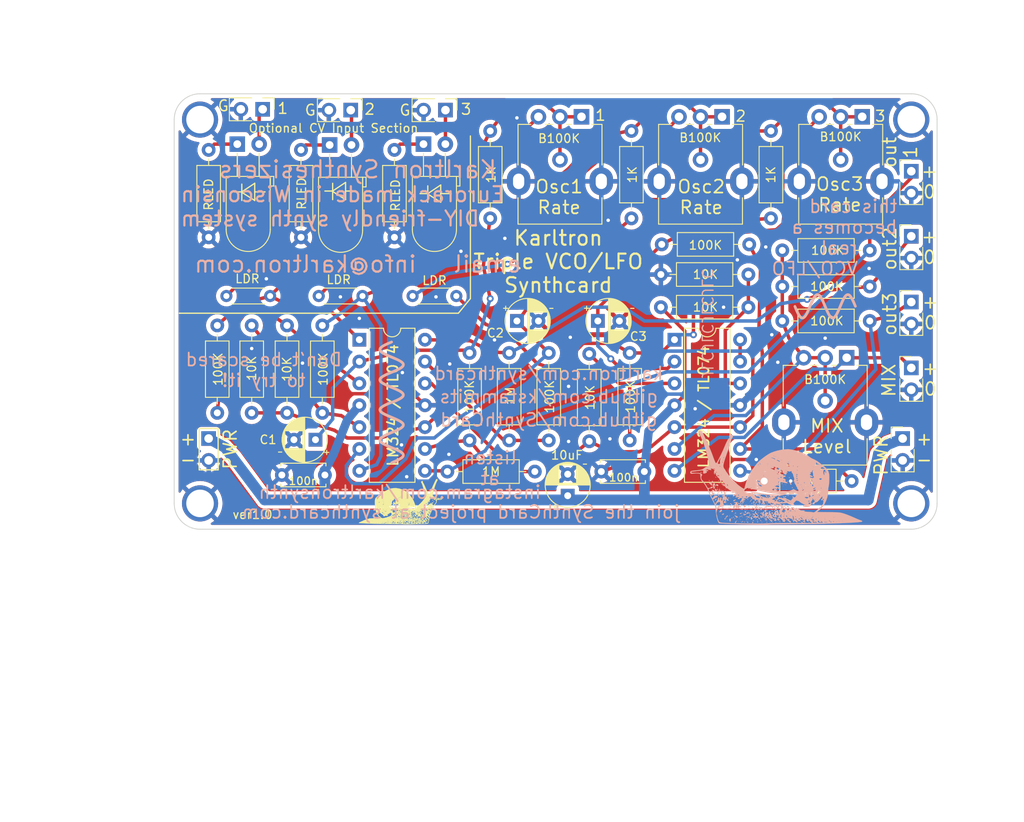
<source format=kicad_pcb>
(kicad_pcb (version 20211014) (generator pcbnew)
  (layers (0 "F.Cu" signal) (31 "B.Cu" signal) (34 "B.Paste" user) (35 "F.Paste" user) (36 "B.SilkS" user "B.Silkscreen") (37 "F.SilkS" user "F.Silkscreen") (38 "B.Mask" user) (39 "F.Mask" user) (44 "Edge.Cuts" user))
  (net 0 "")
  (net 1 "GND")
  (net 2 "+9V")
  (net 3 "Tri1")
  (net 4 "Tri2")
  (net 5 "Tri3")
  (net 6 "Net-(RV1-Pad1)")
  (net 7 "Net-(R5-Pad2)")
  (net 8 "Net-(U1-Pad7)")
  (net 9 "Net-(D1-Pad1)")
  (net 10 "Net-(D1-Pad2)")
  (net 11 "Net-(D2-Pad1)")
  (net 12 "Net-(D2-Pad2)")
  (net 13 "Net-(D3-Pad1)")
  (net 14 "Net-(D3-Pad2)")
  (net 15 "Out1")
  (net 16 "Out2")
  (net 17 "Net-(R8-Pad2)")
  (net 18 "Net-(U2-Pad1)")
  (net 19 "Net-(U1-Pad5)")
  (net 20 "Net-(RV1-Pad3)")
  (net 21 "Out3")
  (net 22 "Net-(R19-Pad1)")
  (net 23 "Net-(R20-Pad2)")
  (net 24 "Net-(U2-Pad3)")
  (net 25 "Net-(U1-Pad13)")
  (net 26 "Net-(U2-Pad9)")
  (net 27 "Out4")
  (net 28 "Net-(R3-Pad2)")
  (net 29 "VMID")
  (net 30 "VREF")
  (footprint "Potentiometer_THT:Potentiometer_Alpha_RD901F-40-00D_Single_Vertical" (layer "F.Cu") (at 178 98.075 -90)
    (fp_text reference "RV8" hide)
    (fp_text value "B100K")
  )
  (footprint "Capacitor_THT:C_Disc_D5.0mm_W2.5mm_P5.00mm" (layer "F.Cu") (at 117.4 111.7 180)
    (fp_text reference "C5" hide)
    (fp_text value "100n")
  )
  (footprint "Connector_PinHeader_2.54mm:PinHeader_1x02_P2.54mm_Vertical" (layer "F.Cu") (at 131.4 69.3 -90)
    (fp_text reference "J9" hide)
    (fp_text value "In3")
  )
  (footprint "Resistor_THT:R_Axial_DIN0207_L6.3mm_D2.5mm_P10.16mm_Horizontal" (layer "F.Cu") (at 166.58 88.4 180)
    (fp_text reference "R14" hide)
    (fp_text value "10K")
  )
  (footprint "MountingHole:MountingHole_3.2mm_M3_Pad" (layer "F.Cu") (at 102.900002 114.999997)
    (fp_text reference "H4" hide)
    (fp_text value "MountingHole_Pad" hide)
  )
  (footprint "Potentiometer_THT:Potentiometer_Alpha_RD901F-40-00D_Single_Vertical" (layer "F.Cu") (at 163.525 70.075 -90)
    (fp_text reference "RV6" hide)
    (fp_text value "B100K")
  )
  (footprint "Resistor_THT:R_Axial_DIN0207_L6.3mm_D2.5mm_P10.16mm_Horizontal" (layer "F.Cu") (at 152.8 107.68 90)
    (fp_text reference "R15" hide)
    (fp_text value "100K")
  )
  (footprint "Resistor_THT:R_Axial_DIN0207_L6.3mm_D2.5mm_P10.16mm_Horizontal" (layer "F.Cu") (at 156.42 92.2)
    (fp_text reference "R7" hide)
    (fp_text value "10K")
  )
  (footprint "LED_THT:LED_D5.0mm_Horizontal_O3.81mm_Z3.0mm" (layer "F.Cu") (at 107.225 73.25)
    (fp_text reference "D1" hide)
    (fp_text value "LED")
  )
  (footprint "Connector_PinHeader_2.54mm:PinHeader_1x02_P2.54mm_Vertical" (layer "F.Cu") (at 185.5 83.96)
    (fp_text reference "J5" hide)
    (fp_text value "Out2")
  )
  (footprint "Resistor_THT:R_Axial_DIN0207_L6.3mm_D2.5mm_P10.16mm_Horizontal" (layer "F.Cu") (at 125.475 84.08 90)
    (fp_text reference "R23" hide)
    (fp_text value "RLED")
  )
  (footprint "Resistor_THT:R_Axial_DIN0207_L6.3mm_D2.5mm_P10.16mm_Horizontal" (layer "F.Cu") (at 113 104.48 90)
    (fp_text reference "R12" hide)
    (fp_text value "10K")
  )
  (footprint "Resistor_THT:R_Axial_DIN0207_L6.3mm_D2.5mm_P10.16mm_Horizontal" (layer "F.Cu") (at 138.8 97.52 -90)
    (fp_text reference "R25" hide)
    (fp_text value "1M")
  )
  (footprint "Resistor_THT:R_Axial_DIN0207_L6.3mm_D2.5mm_P10.16mm_Horizontal" (layer "F.Cu") (at 148.1 107.78 90)
    (fp_text reference "R17" hide)
    (fp_text value "10K")
  )
  (footprint "Resistor_THT:R_Axial_DIN0207_L6.3mm_D2.5mm_P10.16mm_Horizontal" (layer "F.Cu") (at 180.68 85.6 180)
    (fp_text reference "R1" hide)
    (fp_text value "100K")
  )
  (footprint "Capacitor_THT:CP_Radial_D5.0mm_P2.50mm" (layer "F.Cu") (at 145.6 114.105113 90)
    (fp_text reference "C6" hide)
    (fp_text value "10uF")
  )
  (footprint "Package_DIP:DIP-14_W7.62mm" (layer "F.Cu") (at 121.4 95.975)
    (fp_text reference "U1" hide)
    (fp_text value "TL074")
  )
  (footprint "Resistor_THT:R_Axial_DIN0207_L6.3mm_D2.5mm_P10.16mm_Horizontal" (layer "F.Cu") (at 117.1 104.48 90)
    (fp_text reference "R10" hide)
    (fp_text value "100K")
  )
  (footprint "Capacitor_THT:CP_Radial_D5.0mm_P2.50mm" (layer "F.Cu") (at 149.1 93.8)
    (fp_text reference "C3")
    (fp_text value "C")
  )
  (footprint "Potentiometer_THT:Potentiometer_Alpha_RD901F-40-00D_Single_Vertical" (layer "F.Cu") (at 179.8 70.075 -90)
    (fp_text reference "RV7" hide)
    (fp_text value "B100K")
  )
  (footprint "Resistor_THT:R_Axial_DIN0204_L3.6mm_D1.6mm_P5.08mm_Horizontal" (layer "F.Cu") (at 105.96 90.9)
    (fp_text reference "R11" hide)
    (fp_text value "LDR")
  )
  (footprint "Resistor_THT:R_Axial_DIN0207_L6.3mm_D2.5mm_P10.16mm_Horizontal" (layer "F.Cu") (at 180.68 93.8 180)
    (fp_text reference "R3" hide)
    (fp_text value "100K")
  )
  (footprint "Resistor_THT:R_Axial_DIN0207_L6.3mm_D2.5mm_P10.16mm_Horizontal" (layer "F.Cu") (at 108.9 104.48 90)
    (fp_text reference "R16" hide)
    (fp_text value "10K")
  )
  (footprint "Resistor_THT:R_Axial_DIN0207_L6.3mm_D2.5mm_P10.16mm_Horizontal" (layer "F.Cu") (at 114.625 84.08 90)
    (fp_text reference "R22" hide)
    (fp_text value "RLED")
  )
  (footprint "Resistor_THT:R_Axial_DIN0204_L3.6mm_D1.6mm_P5.08mm_Horizontal" (layer "F.Cu") (at 127.585 90.9)
    (fp_text reference "R9" hide)
    (fp_text value "LDR")
  )
  (footprint "Connector_PinHeader_2.54mm:PinHeader_1x02_P2.54mm_Vertical" (layer "F.Cu") (at 185.5 76.4)
    (fp_text reference "J4" hide)
    (fp_text value "Out1")
  )
  (footprint "Resistor_THT:R_Axial_DIN0207_L6.3mm_D2.5mm_P10.16mm_Horizontal" (layer "F.Cu") (at 169.2 81.88 90)
    (fp_text reference "R8" hide)
    (fp_text value "1K")
  )
  (footprint "MountingHole:MountingHole_3.2mm_M3_Pad" (layer "F.Cu") (at 185.5 70.4)
    (fp_text reference "H2" hide)
    (fp_text value "MountingHole_Pad" hide)
  )
  (footprint "Resistor_THT:R_Axial_DIN0207_L6.3mm_D2.5mm_P10.16mm_Horizontal" (layer "F.Cu") (at 131.62 111.3)
    (fp_text reference "R20" hide)
    (fp_text value "1M")
  )
  (footprint "Potentiometer_THT:Potentiometer_Alpha_RD901F-40-00D_Single_Vertical" (layer "F.Cu") (at 147.2 70.075 -90)
    (fp_text reference "RV5" hide)
    (fp_text value "B100K")
  )
  (footprint "Package_DIP:DIP-14_W7.62mm" (layer "F.Cu") (at 158 95.975)
    (fp_text reference "U2" hide)
    (fp_text value "TL074")
  )
  (footprint "Capacitor_THT:CP_Radial_D5.0mm_P2.50mm" (layer "F.Cu") (at 116.305113 107.6 180)
    (fp_text reference "C1")
    (fp_text value "C")
  )
  (footprint "Capacitor_THT:CP_Radial_D5.0mm_P2.50mm" (layer "F.Cu") (at 139.7 93.8)
    (fp_text reference "C2")
    (fp_text value "C")
  )
  (footprint "Resistor_THT:R_Axial_DIN0207_L6.3mm_D2.5mm_P10.16mm_Horizontal" (layer "F.Cu") (at 104.9 104.48 90)
    (fp_text reference "R19" hide)
    (fp_text value "100K")
  )
  (footprint "Resistor_THT:R_Axial_DIN0207_L6.3mm_D2.5mm_P10.16mm_Horizontal" (layer "F.Cu") (at 153 81.88 90)
    (fp_text reference "R5" hide)
    (fp_text value "1K")
  )
  (footprint "Resistor_THT:R_Axial_DIN0207_L6.3mm_D2.5mm_P10.16mm_Horizontal" (layer "F.Cu") (at 103.9 84.08 90)
    (fp_text reference "R21" hide)
    (fp_text value "RLED")
  )
  (footprint "sna:snail4.sm" (layer "F.Cu") (at 126.4 114.639083)
    (fp_text reference "G***" hide)
    (fp_text value "LOGO" hide)
  )
  (footprint "MountingHole:MountingHole_3.2mm_M3_Pad" (layer "F.Cu") (at 102.9 70.4)
    (fp_text reference "H1" hide)
    (fp_text value "MountingHole_Pad" hide)
  )
  (footprint "Connector_PinHeader_2.54mm:PinHeader_1x02_P2.54mm_Vertical" (layer "F.Cu") (at 185.5 99.26)
    (fp_text reference "J8" hide)
    (fp_text value "Out4")
  )
  (footprint "Connector_PinHeader_2.54mm:PinHeader_1x02_P2.54mm_Vertical" (layer "F.Cu") (at 184.5 107.46)
    (fp_text reference "J2" hide)
    (fp_text value "Conn_01x02")
  )
  (footprint "Connector_PinHeader_2.54mm:PinHeader_1x02_P2.54mm_Vertical" (layer "F.Cu") (at 185.5 91.6)
    (fp_text reference "J7" hide)
    (fp_text value "Out3")
  )
  (footprint "Resistor_THT:R_Axial_DIN0207_L6.3mm_D2.5mm_P10.16mm_Horizontal" (layer "F.Cu") (at 143.4 107.68 90)
    (fp_text reference "R18" hide)
    (fp_text value "100K")
  )
  (footprint "Resistor_THT:R_Axial_DIN0207_L6.3mm_D2.5mm_P10.16mm_Horizontal" (layer "F.Cu") (at 168.42 112.4)
    (fp_text reference "R26" hide)
    (fp_text value "1M")
  )
  (footprint "MountingHole:MountingHole_3.2mm_M3_Pad" (layer "F.Cu") (at 185.5 115)
    (fp_text reference "H3" hide)
    (fp_text value "MountingHole_Pad" hide)
  )
  (footprint "Resistor_THT:R_Axial_DIN0207_L6.3mm_D2.5mm_P10.16mm_Horizontal" (layer "F.Cu") (at 134.2 107.68 90)
    (fp_text reference "R13" hide)
    (fp_text value "100K")
  )
  (footprint "Resistor_THT:R_Axial_DIN0207_L6.3mm_D2.5mm_P10.16mm_Horizontal" (layer "F.Cu") (at 180.68 89.8 180)
    (fp_text reference "R2" hide)
    (fp_text value "100K")
  )
  (footprint "Connector_PinHeader_2.54mm:PinHeader_1x02_P2.54mm_Vertical" (layer "F.Cu") (at 110.175 69.2 -90)
    (fp_text reference "J3" hide)
    (fp_text value "In1")
  )
  (footprint "Resistor_THT:R_Axial_DIN0207_L6.3mm_D2.5mm_P10.16mm_Horizontal" (layer "F.Cu") (at 136.6 81.88 90)
    (fp_text reference "R4" hide)
    (fp_text value "1K")
  )
  (footprint "Capacitor_THT:C_Disc_D5.0mm_W2.5mm_P5.00mm" (layer "F.Cu") (at 154.5 111.3 180)
    (fp_text reference "C4" hide)
    (fp_text value "100n")
  )
  (footprint "Connector_PinHeader_2.54mm:PinHeader_1x02_P2.54mm_Vertical" (layer "F.Cu") (at 120.4 69.3 -90)
    (fp_text reference "J6" hide)
    (fp_text value "In2")
  )
  (footprint "LED_THT:LED_D5.0mm_Horizontal_O3.81mm_Z3.0mm" (layer "F.Cu") (at 128.85 73.25)
    (fp_text reference "D3" hide)
    (fp_text value "LED")
  )
  (footprint "Resistor_THT:R_Axial_DIN0207_L6.3mm_D2.5mm_P10.16mm_Horizontal" (layer "F.Cu") (at 166.68 84.9 180)
    (fp_text reference "R24" hide)
    (fp_text value "100K")
  )
  (footprint "Resistor_THT:R_Axial_DIN0204_L3.6mm_D1.6mm_P5.08mm_Horizontal" (layer "F.Cu") (at 116.685 90.9)
    (fp_text reference "R6" hide)
    (fp_text value "LDR")
  )
  (footprint "LED_THT:LED_D5.0mm_Horizontal_O3.81mm_Z3.0mm" (layer "F.Cu") (at 117.95 73.35)
    (fp_text reference "D2" hide)
    (fp_text value "LED")
  )
  (footprint "sna:sine" (layer "B.Cu") (at 125.2 106.9 -90)
    (fp_text reference "G***" hide)
    (fp_text value "LOGO" hide)
  )
  (footprint "sna:snail4" (layer "B.Cu") (at 169.4 112 180)
    (fp_text reference "G***" hide)
    (fp_text value "LOGO" hide)
  )
  (footprint "sna:sine" (layer "B.Cu") (at 175.354546 92.145356 180)
    (fp_text reference "G***" hide)
    (fp_text value "LOGO" hide)
  )
  (footprint "sna:sine" (layer "B.Cu") (at 125.2 99.9 -90)
    (fp_text reference "G***" hide)
    (fp_text value "LOGO" hide)
  )
  (footprint "Connector_PinHeader_2.54mm:PinHeader_1x02_P2.54mm_Vertical" (layer "B.Cu") (at 103.9 107.46 180)
    (fp_text reference "J1" hide)
    (fp_text value "Conn_01x02")
  )
  (gr_line (start 107.75 79.8) (end 107.75 77.9) (layer "F.SilkS") (width 0.15))
  (gr_line (start 109.25 78.8) (end 110.45 78.8) (layer "F.SilkS") (width 0.15))
  (gr_line (start 130.85 78) (end 129.35 79) (layer "F.SilkS") (width 0.15))
  (gr_line (start 109.25 77.8) (end 107.75 78.8) (layer "F.SilkS") (width 0.15))
  (gr_line (start 106.85 78.8) (end 107.75 78.8) (layer "F.SilkS") (width 0.15))
  (gr_line (start 118.3 78.75) (end 119.8 79.7) (layer "F.SilkS") (width 0.15))
  (gr_line (start 109.25 79.8) (end 109.25 77.8) (layer "F.SilkS") (width 0.15))
  (gr_line (start 129.35 79.05) (end 130.85 80) (layer "F.SilkS") (width 0.15))
  (gr_line (start 129.35 80) (end 129.35 78.1) (layer "F.SilkS") (width 0.15))
  (gr_line (start 102.8 111.1) (end 105 111.1) (layer "F.SilkS") (width 0.15))
  (gr_line (start 117.4 78.7) (end 118.3 78.7) (layer "F.SilkS") (width 0.15))
  (gr_line (start 119.8 78.7) (end 121 78.7) (layer "F.SilkS") (width 0.15))
  (gr_line (start 104.4 106.3) (end 102.8 106.3) (layer "F.SilkS") (width 0.15))
  (gr_line (start 132.9 92.9) (end 134.3 91.2) (layer "F.SilkS") (width 0.15))
  (gr_line (start 130.85 80) (end 130.85 78) (layer "F.SilkS") (width 0.15))
  (gr_line (start 102.8 106.3) (end 102.8 111.1) (layer "F.SilkS") (width 0.15))
  (gr_line (start 119.8 77.7) (end 118.3 78.7) (layer "F.SilkS") (width 0.15))
  (gr_line (start 107.75 78.85) (end 109.25 79.8) (layer "F.SilkS") (width 0.15))
  (gr_line (start 134.3 91.2) (end 134.3 72.3) (layer "F.SilkS") (width 0.15))
  (gr_line (start 130.85 79) (end 132.05 79) (layer "F.SilkS") (width 0.15))
  (gr_line (start 128.45 79) (end 129.35 79) (layer "F.SilkS") (width 0.15))
  (gr_line (start 132.9 92.9) (end 100.5 92.9) (layer "F.SilkS") (width 0.15))
  (gr_line (start 105 106.3) (end 105 111.1) (layer "F.SilkS") (width 0.15))
  (gr_line (start 104.4 106.3) (end 105 106.3) (layer "F.SilkS") (width 0.15))
  (gr_line (start 118.3 79.7) (end 118.3 77.8) (layer "F.SilkS") (width 0.15))
  (gr_line (start 119.8 79.7) (end 119.8 77.7) (layer "F.SilkS") (width 0.15))
  (gr_line (start 185.5 118) (end 102.9 118) (layer "Edge.Cuts") (width 0.1))
  (gr_arc (start 102.9 118) (mid 100.77868 117.12132) (end 99.9 115) (layer "Edge.Cuts") (width 0.1))
  (gr_arc (start 99.9 70.4) (mid 100.778681 68.278681) (end 102.9 67.4) (layer "Edge.Cuts") (width 0.1))
  (gr_line (start 102.9 67.4) (end 185.5 67.4) (layer "Edge.Cuts") (width 0.1))
  (gr_line (start 188.5 70.4) (end 188.5 115) (layer "Edge.Cuts") (width 0.1))
  (gr_arc (start 188.5 115) (mid 187.62132 117.12132) (end 185.5 118) (layer "Edge.Cuts") (width 0.1))
  (gr_arc (start 185.5 67.4) (mid 187.621319 68.278681) (end 188.5 70.4) (layer "Edge.Cuts") (width 0.1))
  (gr_line (start 99.9 115) (end 99.9 70.4) (layer "Edge.Cuts") (width 0.1))
  (gr_text "this card\nbecomes a\n    real\n    VCO/LFO" (at 184 84.1) (layer "B.SilkS") (effects (font (size 1.5 1.5) (thickness 0.2)) (justify left mirror)))
  (gr_text "join the SynthCard project at synthcard.com" (at 133.2 116) (layer "B.SilkS") (effects (font (size 1.5 1.5) (thickness 0.2)) (justify mirror)))
  (gr_text "karltron.com/synthcard" (at 143.4 99.9) (layer "B.SilkS") (effects (font (size 1.5 1.5) (thickness 0.2)) (justify mirror)))
  (gr_text "github.com/kstammits" (at 143.4 102.6) (layer "B.SilkS") (effects (font (size 1.5 1.5) (thickness 0.2)) (justify mirror)))
  (gr_text "Karltron Synthesizers" (at 104.9 76.2) (layer "B.SilkS") (effects (font (size 2 2) (thickness 0.25)) (justify right mirror)))
  (gr_text "Don't be scared\nto try it!" (at 110.3 99.5) (layer "B.SilkS") (effects (font (size 1.5 1.5) (thickness 0.2)) (justify mirror)))
  (gr_text "listen\nat" (at 136.6 110.9) (layer "B.SilkS") (effects (font (size 1.5 1.5) (thickness 0.2)) (justify mirror)))
  (gr_text "email   info@karltron.com" (at 121.2 87.2) (layer "B.SilkS") (effects (font (size 1.9 1.9) (thickness 0.25)) (justify mirror)))
  (gr_text "JLCJLCJLCJLC" (at 161.8 94.1 270) (layer "B.SilkS") (effects (font (size 1.25 1.25)) (justify mirror)))
  (gr_text "Eurorack made in Wisconsin\nDIY-friendly synth system" (at 100.5 80.5) (layer "B.SilkS") (effects (font (size 1.75 1.75) (thickness 0.25)) (justify right mirror)))
  (gr_text "instagram.com/karltronsynth" (at 126.1 113.7) (layer "B.SilkS") (effects (font (size 1.5 1.5) (thickness 0.2)) (justify mirror)))
  (gr_text "github.com/SynthCard" (at 143.4 105.3) (layer "B.SilkS") (effects (font (size 1.5 1.5) (thickness 0.2)) (justify mirror)))
  (gr_text "Osc2\nRate" (at 161.1 79.4) (layer "F.SilkS") (effects (font (size 1.5 1.5) (thickness 0.2))))
  (gr_text "+\n-" (at 101.5 108.7) (layer "F.SilkS") (effects (font (size 1.5 1.5) (thickness 0.2))))
  (gr_text "Osc1\nRate" (at 144.6 79.4) (layer "F.SilkS") (effects (font (size 1.5 1.5) (thickness 0.2))))
  (gr_text "ver1.0" (at 109 116.3) (layer "F.SilkS") (effects (font (size 1 1))))
  (gr_text "+\n0" (at 187.6 85.2) (layer "F.SilkS") (effects (font (size 1.5 1.5) (thickness 0.2))))
  (gr_text "B100K" (at 175.5 100.6) (layer "F.SilkS") (effects (font (size 1 1))))
  (gr_text "out2" (at 183 85.4 90) (layer "F.SilkS") (effects (font (size 1.5 1.5) (thickness 0.2))))
  (gr_text "+\n0" (at 187.7 92.8) (layer "F.SilkS") (effects (font (size 1.5 1.5) (thickness 0.2))))
  (gr_text "out\n1" (at 184.2 74.2 90) (layer "F.SilkS") (effects (font (size 1.5 1.5) (thickness 0.2))))
  (gr_text "PWR" (at 106.4 108.7 90) (layer "F.SilkS") (effects (font (size 1.5 1.5) (thickness 0.2))))
  (gr_text "MIX\nLevel" (at 175.7 107.2) (layer "F.SilkS") (effects (font (size 1.5 1.5) (thickness 0.2))))
  (gr_text "LM324 / TL074" (at 161.4 103.8 90) (layer "F.SilkS") (effects (font (size 1.2 1.2) (thickness 0.2))))
  (gr_text "B100K" (at 161 72.5) (layer "F.SilkS") (effects (font (size 1 1))))
  (gr_text "G" (at 105.6 68.8) (layer "F.SilkS") (effects (font (size 1.25 1.25) (thickness 0.17))))
  (gr_text "G" (at 126.7 69.3) (layer "F.SilkS") (effects (font (size 1.25 1.25) (thickness 0.17))))
  (gr_text "-" (at 112.2 109) (layer "F.SilkS") (effects (font (size 0.5 0.5) (thickness 0.125))))
  (gr_text "G" (at 115.7 69.3) (layer "F.SilkS") (effects (font (size 1.25 1.25) (thickness 0.17))))
  (gr_text "+\n0" (at 187.7 100.5) (layer "F.SilkS") (effects (font (size 1.5 1.5) (thickness 0.2))))
  (gr_text "-" (at 153.1 92.3) (layer "F.SilkS") (effects (font (size 0.5 0.5) (thickness 0.125))))
  (gr_text "Karltron\nTriple VCO/LFO\nSynthcard" (at 144.5 86.9) (layer "F.SilkS") (effects (font (size 1.7 1.7) (thickness 0.25))))
  (gr_text "1" (at 112.5 69.1) (layer "F.SilkS") (effects (font (size 1.25 1.25) (thickness 0.17))))
  (gr_text "-" (at 143.7 92.3) (layer "F.SilkS") (effects (font (size 0.5 0.5) (thickness 0.125))))
  (gr_text "Optional CV Input Section" (at 118.4 71.4) (layer "F.SilkS") (effects (font (size 1 1))))
  (gr_text "3" (at 181.9 70) (layer "F.SilkS") (effects (font (size 1.25 1.25) (thickness 0.17))))
  (gr_text "+\n0" (at 187.6 77.6) (layer "F.SilkS") (effects (font (size 1.5 1.5) (thickness 0.2))))
  (gr_text "B100K" (at 177.3 72.4) (layer "F.SilkS") (effects (font (size 1 1))))
  (gr_text "-" (at 147.6 110.4) (layer "F.SilkS") (effects (font (size 0.5 0.5) (thickness 0.125))))
  (gr_text "Osc3\nRate" (at 177.2 79.1) (layer "F.SilkS") (effects (font (size 1.5 1.5) (thickness 0.2))))
  (gr_text "out3" (at 183 93 90) (layer "F.SilkS") (effects (font (size 1.5 1.5) (thickness 0.2))))
  (gr_text "1" (at 149.4 69.9) (layer "F.SilkS") (effects (font (size 1.25 1.25) (thickness 0.17))))
  (gr_text "2" (at 122.6 69.2) (layer "F.SilkS") (effects (font (size 1.25 1.25) (thickness 0.17))))
  (gr_text "+\n-" (at 187 108.7) (layer "F.SilkS") (effects (font (size 1.5 1.5) (thickness 0.2))))
  (gr_text "B100K" (at 144.6 72.6) (layer "F.SilkS") (effects (font (size 1 1))))
  (gr_text "2" (at 165.7 70) (layer "F.SilkS") (effects (font (size 1.25 1.25) (thickness 0.17))))
  (gr_text "LM324 / TL074" (at 125.3 103.6 90) (layer "F.SilkS") (effects (font (size 1.2 1.2) (thickness 0.2))))
  (gr_text "PWR" (at 182 109.4 90) (layer "F.SilkS") (effects (font (size 1.5 1.5) (thickness 0.2))))
  (gr_text "3" (at 133.8 69.2) (layer "F.SilkS") (effects (font (size 1.25 1.25) (thickness 0.17))))
  (gr_text "MIX" (at 182.9 100.7 90) (layer "F.SilkS") (effects (font (size 1.5 1.5) (thickness 0.2))))
  (segment (start 167.5 109.9) (end 155.9 109.9) (width 0.4) (layer "F.Cu") (net 1))
  (segment (start 129.02 103.595) (end 127.68 102.255) (width 0.4) (layer "F.Cu") (net 1))
  (segment (start 155.9 109.9) (end 152.8 110.2) (width 0.4) (layer "F.Cu") (net 1))
  (segment (start 118.455 102.255) (end 118.355 102.255) (width 0.4) (layer "F.Cu") (net 1))
  (segment (start 127.68 102.255) (end 118.455 102.255) (width 0.4) (layer "F.Cu") (net 1))
  (segment (start 118.355 102.255) (end 114.8 98.7) (width 0.4) (layer "F.Cu") (net 1))
  (segment (start 152.8 110.2) (end 149.5 111.3) (width 0.4) (layer "F.Cu") (net 1))
  (via (at 170 98.6) (size 0.8) (drill 0.4) (layers "F.Cu" "B.Cu") (net 1))
  (via (at 138.3 84.2) (size 0.8) (drill 0.4) (layers "F.Cu" "B.Cu") (net 1))
  (via (at 130.3 91) (size 0.8) (drill 0.4) (layers "F.Cu" "B.Cu") (net 1))
  (via (at 119.2 91) (size 0.8) (drill 0.4) (layers "F.Cu" "B.Cu") (net 1))
  (via (at 133.2 85.7) (size 0.8) (drill 0.4) (layers "F.Cu" "B.Cu") (net 1))
  (via (at 137.1 96) (size 0.8) (drill 0.4) (layers "F.Cu" "B.Cu") (net 1))
  (via (at 139.7 70.2) (size 0.8) (drill 0.4) (layers "F.Cu" "B.Cu") (net 1))
  (via (at 131.8 109.3) (size 0.8) (drill 0.4) (layers "F.Cu" "B.Cu") (net 1))
  (via (at 150.3 82.1) (size 0.8) (drill 0.4) (layers "F.Cu" "B.Cu") (net 1))
  (via (at 145.7 107.8) (size 0.8) (drill 0.4) (layers "F.Cu" "B.Cu") (net 1))
  (via (at 121.4 93.5) (size 0.8) (drill 0.4) (layers "F.Cu" "B.Cu") (net 1))
  (via (at 126.9 111.9) (size 0.8) (drill 0.4) (layers "F.Cu" "B.Cu") (net 1))
  (via (at 165.3 86.7) (size 0.8) (drill 0.4) (layers "F.Cu" "B.Cu") (net 1))
  (via (at 114.8 98.7) (size 0.8) (drill 0.4) (layers "F.Cu" "B.Cu") (net 1))
  (via (at 131.9 98.8) (size 0.8) (drill 0.4) (layers "F.Cu" "B.Cu") (net 1))
  (via (at 110.6 88.9) (size 0.8) (drill 0.4) (layers "F.Cu" "B.Cu") (net 1))
  (via (at 167.5 109.9) (size 0.8) (drill 0.4) (layers "F.Cu" "B.Cu") (net 1))
  (via (at 126.3 108.2) (size 0.8) (drill 0.4) (layers "F.Cu" "B.Cu") (net 1))
  (via (at 175.5 95.8) (size 0.8) (drill 0.4) (layers "F.Cu" "B.Cu") (net 1))
  (via (at 145.7 101.4) (size 0.8) (drill 0.4) (layers "F.Cu" "B.Cu") (net 1))
  (via (at 171.5 112.4) (size 0.8) (drill 0.4) (layers "F.Cu" "B.Cu") (net 1))
  (via (at 126.4 99.8) (size 0.8) (drill 0.4) (layers "F.Cu" "B.Cu") (net 1))
  (via (at 145.9 95.7) (size 0.8) (drill 0.4) (layers "F.Cu" "B.Cu") (net 1))
  (via (at 180.6 87.7) (size 0.8) (drill 0.4) (layers "F.Cu" "B.Cu") (net 1))
  (via (at 108.9 97) (size 0.8) (drill 0.4) (layers "F.Cu" "B.Cu") (net 1))
  (via (at 169.3 95.4) (size 0.8) (drill 0.4) (layers "F.Cu" "B.Cu") (net 1))
  (via (at 168.6 85.2) (size 0.8) (drill 0.4) (layers "F.Cu" "B.Cu") (net 1))
  (via (at 150.5 107.5) (size 0.8) (drill 0.4) (layers "F.Cu" "B.Cu") (net 1))
  (via (at 163.7 92.2) (size 0.8) (drill 0.4) (layers "F.Cu" "B.Cu") (net 1))
  (via (at 160.4 104) (size 0.8) (drill 0.4) (layers "F.Cu" "B.Cu") (net 1))
  (segment (start 130.22 111.712057) (end 129.517057 112.415) (width 0.4) (layer "B.Cu") (net 1))
  (segment (start 130.22 109.58) (end 130.22 111.712057) (width 0.4) (layer "B.Cu") (net 1))
  (segment (start 131.8 109.3) (end 130.5 109.3) (width 0.4) (layer "B.Cu") (net 1))
  (segment (start 160.4 104) (end 158.7 102.3) (width 0.4) (layer "B.Cu") (net 1))
  (segment (start 165.62 103.595) (end 166.715 102.5) (width 0.8) (layer "B.Cu") (net 1))
  (segment (start 155.7 102.3) (end 150.5 107.5) (width 0.4) (layer "B.Cu") (net 1))
  (segment (start 127.415 112.415) (end 126.9 111.9) (width 0.4) (layer "B.Cu") (net 1))
  (segment (start 167.4 97.3) (end 155 97.3) (width 0.4) (layer "B.Cu") (net 1))
  (segment (start 158.7 102.3) (end 155.7 102.3) (width 0.4) (layer "B.Cu") (net 1))
  (segment (start 155 97.3) (end 151.6 93.9) (width 0.4) (layer "B.Cu") (net 1))
  (segment (start 130.5 109.3) (end 130.22 109.58) (width 0.4) (layer "B.Cu") (net 1))
  (segment (start 169.3 95.4) (end 167.4 97.3) (width 0.4) (layer "B.Cu") (net 1))
  (segment (start 129.517057 112.415) (end 127.415 112.415) (width 0.4) (layer "B.Cu") (net 1))
  (segment (start 158 103.595) (end 159.2 102.395) (width 0.4) (layer "F.Cu") (net 2))
  (segment (start 103.9 107.46) (end 105.7 108.5) (width 1) (layer "F.Cu") (net 2))
  (segment (start 180.5 114.6) (end 181.7 109.3) (width 1) (layer "F.Cu") (net 2))
  (segment (start 106.8 109.7) (end 110.4 114.6) (width 1) (layer "F.Cu") (net 2))
  (segment (start 110.4 114.6) (end 180.5 114.6) (width 1) (layer "F.Cu") (net 2))
  (segment (start 105.7 108.5) (end 106.8 109.7) (width 1) (layer "F.Cu") (net 2))
  (segment (start 159.2 102.395) (end 159.2 94.98) (width 0.4) (layer "F.Cu") (net 2))
  (segment (start 181.7 109.3) (end 182.8 108.1) (width 1) (layer "F.Cu") (net 2))
  (segment (start 182.8 108.1) (end 184.5 107.46) (width 1) (layer "F.Cu") (net 2))
  (segment (start 159.2 94.98) (end 156.42 92.2) (width 0.4) (layer "F.Cu") (net 2))
  (segment (start 117.7 114.6) (end 154.7 114.6) (width 1.25) (layer "B.Cu") (net 2))
  (segment (start 180.5 114.6) (end 181.7 109.2) (width 1.25) (layer "B.Cu") (net 2))
  (segment (start 182.7 108.2) (end 184.5 107.46) (width 1.25) (layer "B.Cu") (net 2))
  (segment (start 154.5 114.4) (end 154.7 114.6) (width 1) (layer "B.Cu") (net 2))
  (segment (start 117.4 114.3) (end 117.7 114.6) (width 1) (layer "B.Cu") (net 2))
  (segment (start 154.5 111.3) (end 155 106.6) (width 1) (layer "B.Cu") (net 2))
  (segment (start 154.5 111.3) (end 154.5 114.4) (width 1.25) (layer "B.Cu") (net 2))
  (segment (start 120 105.3) (end 121.4 103.595) (width 1) (layer "B.Cu") (net 2))
  (segment (start 110.4 114.6) (end 117.7 114.6) (width 1.25) (layer "B.Cu") (net 2))
  (segment (start 117.4 111.2) (end 118.4 109.3) (width 1) (layer "B.Cu") (net 2))
  (segment (start 155 106.6) (end 158 103.595) (width 1) (layer "B.Cu") (net 2))
  (segment (start 105.8 108.5) (end 110.4 114.6) (width 1.25) (layer "B.Cu") (net 2))
  (segment (start 117.4 111.2) (end 117.4 114.3) (width 1.25) (layer "B.Cu") (net 2))
  (segment (start 154.7 114.6) (end 180.5 114.6) (width 1.25) (layer "B.Cu") (net 2))
  (segment (start 118.4 109.3) (end 120 105.3) (width 1) (layer "B.Cu") (net 2))
  (segment (start 181.7 109.2) (end 182.7 108.2) (width 1.25) (layer "B.Cu") (net 2))
  (segment (start 103.9 107.46) (end 105.8 108.5) (width 1.25) (layer "B.Cu") (net 2))
  (segment (start 135.8 87.4) (end 136.6 81.88) (width 0.4) (layer "F.Cu") (net 3))
  (segment (start 136.6 91.2) (end 135.8 87.4) (width 0.4) (layer "F.Cu") (net 3))
  (segment (start 133.88 97.2) (end 127.2 97.2) (width 0.4) (layer "F.Cu") (net 3))
  (segment (start 127.2 97.2) (end 121.4 98.515) (width 0.4) (layer "F.Cu") (net 3))
  (segment (start 134.2 97.52) (end 133.88 97.2) (width 0.4) (layer "F.Cu") (net 3))
  (via (at 136.6 91.2) (size 0.8) (drill 0.4) (layers "F.Cu" "B.Cu") (net 3))
  (segment (start 136.6 91.2) (end 135.4 95.1) (width 0.4) (layer "B.Cu") (net 3))
  (segment (start 135.4 95.1) (end 134.2 97.52) (width 0.4) (layer "B.Cu") (net 3))
  (segment (start 116.305113 107.6) (end 118.3 105.2) (width 0.4) (layer "B.Cu") (net 3))
  (segment (start 118.3 105.2) (end 118.3 101.615) (width 0.4) (layer "B.Cu") (net 3))
  (segment (start 118.3 101.615) (end 121.4 98.515) (width 0.4) (layer "B.Cu") (net 3))
  (segment (start 148 86.2) (end 153 81.88) (width 0.4) (layer "F.Cu") (net 4))
  (segment (start 139.78 93.9) (end 140.9 92.3) (width 0.4) (layer "F.Cu") (net 4))
  (segment (start 143.4 97.52) (end 139.78 93.9) (width 0.4) (layer "F.Cu") (net 4))
  (segment (start 140.9 92.3) (end 148 86.2) (width 0.4) (layer "F.Cu") (net 4))
  (segment (start 140.3 100.3) (end 143.4 97.52) (width 0.4) (layer "B.Cu") (net 4))
  (segment (start 121.4 108.675) (end 119.9 110.6) (width 0.4) (layer "B.Cu") (net 4))
  (segment (start 119.9 110.6) (end 119.9 111.8) (width 0.4) (layer "B.Cu") (net 4))
  (segment (start 132.9 105.1) (end 140.3 100.3) (width 0.4) (layer "B.Cu") (net 4))
  (segment (start 123.7 112.7) (end 126.8 109.8) (width 0.4) (layer "B.Cu") (net 4))
  (segment (start 119.9 111.8) (end 120.6 112.7) (width 0.4) (layer "B.Cu") (net 4))
  (segment (start 128 107.4) (end 130.1 107.4) (width 0.4) (layer "B.Cu") (net 4))
  (segment (start 120.6 112.7) (end 123.7 112.7) (width 0.4) (layer "B.Cu") (net 4))
  (segment (start 126.8 109.8) (end 128 107.4) (width 0.4) (layer "B.Cu") (net 4))
  (segment (start 130.1 107.4) (end 132.9 105.1) (width 0.4) (layer "B.Cu") (net 4))
  (segment (start 149.1 92.32) (end 156.52 84.9) (width 0.4) (layer "F.Cu") (net 5))
  (segment (start 156.52 84.9) (end 161.3 82.4) (width 0.4) (layer "F.Cu") (net 5))
  (segment (start 151.714999 99.314999) (end 150.6 98.2) (width 0.4) (layer "F.Cu") (net 5))
  (segment (start 158 98.515) (end 157.200001 99.314999) (width 0.4) (layer "F.Cu") (net 5))
  (segment (start 149.1 93.9) (end 149.1 92.32) (width 0.4) (layer "F.Cu") (net 5))
  (segment (start 161.3 82.4) (end 169.2 81.88) (width 0.4) (layer "F.Cu") (net 5))
  (segment (start 157.200001 99.314999) (end 151.714999 99.314999) (width 0.4) (layer "F.Cu") (net 5))
  (via (at 150.6 98.2) (size 0.8) (drill 0.4) (layers "F.Cu" "B.Cu") (net 5))
  (segment (start 149.1 96.7) (end 149.1 93.9) (width 0.4) (layer "B.Cu") (net 5))
  (segment (start 150.6 98.2) (end 149.1 96.7) (width 0.4) (layer "B.Cu") (net 5))
  (segment (start 128.6 77.2) (end 131.8 77.2) (width 0.4) (layer "F.Cu") (net 6))
  (segment (start 144.7 70.075) (end 144.7 75.075) (width 0.4) (layer "F.Cu") (net 6))
  (segment (start 131.8 77.2) (end 135.7 73.6) (width 0.4) (layer "F.Cu") (net 6))
  (segment (start 139 68.5) (end 136.6 71.72) (width 0.4) (layer "F.Cu") (net 6))
  (segment (start 135.7 73.6) (end 136.6 71.72) (width 0.4) (layer "F.Cu") (net 6))
  (segment (start 105.96 90.9) (end 110.66 86.2) (width 0.4) (layer "F.Cu") (net 6))
  (segment (start 110.66 86.2) (end 117.7 86.2) (width 0.4) (layer "F.Cu") (net 6))
  (segment (start 142.926425 68.5) (end 139 68.5) (width 0.4) (layer "F.Cu") (net 6))
  (segment (start 117.7 86.2) (end 128.6 77.2) (width 0.4) (layer "F.Cu") (net 6))
  (segment (start 147.2 70.075) (end 144.7 70.075) (width 0.4) (layer "F.Cu") (net 6))
  (segment (start 144.7 70.075) (end 142.926425 68.5) (width 0.4) (layer "F.Cu") (net 6))
  (segment (start 127.3 86.8) (end 135.3 78.9) (width 0.4) (layer "F.Cu") (net 7))
  (segment (start 138.9 79.8) (end 141.2 79.8) (width 0.4) (layer "F.Cu") (net 7))
  (segment (start 152.58 71.72) (end 153 71.72) (width 0.4) (layer "F.Cu") (net 7))
  (segment (start 161.025 70.075) (end 163.525 70.075) (width 0.4) (layer "F.Cu") (net 7))
  (segment (start 159.15 68.2) (end 161.025 70.075) (width 0.4) (layer "F.Cu") (net 7))
  (segment (start 145.7 76.1) (end 148.9 72.6) (width 0.4) (layer "F.Cu") (net 7))
  (segment (start 156.52 68.2) (end 159.15 68.2) (width 0.4) (layer "F.Cu") (net 7))
  (segment (start 137.6 78.8) (end 138.9 79.8) (width 0.4) (layer "F.Cu") (net 7))
  (segment (start 135.3 78.9) (end 137.6 78.8) (width 0.4) (layer "F.Cu") (net 7))
  (segment (start 161.025 70.075) (end 161.025 75.075) (width 0.4) (layer "F.Cu") (net 7))
  (segment (start 116.685 90.9) (end 117.785 89.8) (width 0.4) (layer "F.Cu") (net 7))
  (segment (start 153 71.72) (end 156.52 68.2) (width 0.4) (layer "F.Cu") (net 7))
  (segment (start 117.785 89.8) (end 127.3 86.8) (width 0.4) (layer "F.Cu") (net 7))
  (segment (start 148.9 72.6) (end 152.58 71.72) (width 0.4) (layer "F.Cu") (net 7))
  (segment (start 141.2 79.8) (end 145.7 76.1) (width 0.4) (layer "F.Cu") (net 7))
  (segment (start 121.765 90.9) (end 128.4 88.3) (width 0.4) (layer "F.Cu") (net 8))
  (segment (start 128.4 88.3) (end 135.8 80.4) (width 0.4) (layer "F.Cu") (net 8))
  (segment (start 137.3 80.4) (end 138.4 81.2) (width 0.4) (layer "F.Cu") (net 8))
  (segment (start 138.4 81.2) (end 142.1 81.2) (width 0.4) (layer "F.Cu") (net 8))
  (segment (start 150.5 74) (end 154.9 74) (width 0.4) (layer "F.Cu") (net 8))
  (segment (start 142.1 81.2) (end 150.5 74) (width 0.4) (layer "F.Cu") (net 8))
  (segment (start 154.9 74) (end 158.525 70.075) (width 0.4) (layer "F.Cu") (net 8))
  (segment (start 135.8 80.4) (end 137.3 80.4) (width 0.4) (layer "F.Cu") (net 8))
  (segment (start 123.9 94.3) (end 123.9 109.5) (width 0.4) (layer "B.Cu") (net 8))
  (segment (start 123.4 110.5) (end 121.4 111.215) (width 0.4) (layer "B.Cu") (net 8))
  (segment (start 119.4 92.8) (end 121.765 90.9) (width 0.4) (layer "B.Cu") (net 8))
  (segment (start 117.1 94.32) (end 119.4 92.8) (width 0.4) (layer "B.Cu") (net 8))
  (segment (start 123.9 109.5) (end 123.4 110.5) (width 0.4) (layer "B.Cu") (net 8))
  (segment (start 121.765 90.9) (end 123.9 94.3) (width 0.4) (layer "B.Cu") (net 8))
  (segment (start 104.57 73.25) (end 103.9 73.92) (width 0.4) (layer "F.Cu") (net 9))
  (segment (start 107.225 73.25) (end 104.57 73.25) (width 0.4) (layer "F.Cu") (net 9))
  (segment (start 109.765 69.61) (end 110.175 69.2) (width 0.4) (layer "F.Cu") (net 10))
  (segment (start 109.765 73.25) (end 109.765 69.61) (width 0.4) (layer "F.Cu") (net 10))
  (segment (start 117.95 73.35) (end 115.195 73.35) (width 0.4) (layer "F.Cu") (net 11))
  (segment (start 115.195 73.35) (end 114.625 73.92) (width 0.4) (layer "F.Cu") (net 11))
  (segment (start 120.49 69.39) (end 120.4 69.3) (width 0.4) (layer "F.Cu") (net 12))
  (segment (start 120.49 73.35) (end 120.49 69.39) (width 0.4) (layer "F.Cu") (net 12))
  (segment (start 126.145 73.25) (end 125.475 73.92) (width 0.4) (layer "F.Cu") (net 13))
  (segment (start 128.85 73.25) (end 126.145 73.25) (width 0.4) (layer "F.Cu") (net 13))
  (segment (start 131.4 69.3) (end 131.4 73.24) (width 0.4) (layer "F.Cu") (net 14))
  (segment (start 131.4 73.24) (end 131.39 73.25) (width 0.4) (layer "F.Cu") (net 14))
  (segment (start 131.535 111.215) (end 131.62 111.3) (width 0.4) (layer "F.Cu") (net 15))
  (segment (start 180.68 85.6) (end 180.68 81.992233) (width 0.4) (layer "F.Cu") (net 15))
  (segment (start 180.68 81.992233) (end 185.5 77.172233) (width 0.4) (layer "F.Cu") (net 15))
  (segment (start 185.5 77.172233) (end 185.5 76.4) (width 0.4) (layer "F.Cu") (net 15))
  (segment (start 129.02 111.215) (end 131.535 111.215) (width 0.4) (layer "F.Cu") (net 15))
  (segment (start 157.1 99.715) (end 166.565 99.715) (width 0.4) (layer "B.Cu") (net 15))
  (segment (start 166.565 99.715) (end 180.68 85.6) (width 0.4) (layer "B.Cu") (net 15))
  (segment (start 131.62 111.3) (end 136 108.9) (width 0.4) (layer "B.Cu") (net 15))
  (segment (start 137.8 106.2) (end 157.1 99.715) (width 0.4) (layer "B.Cu") (net 15))
  (segment (start 136 108.9) (end 137.8 106.2) (width 0.4) (layer "B.Cu") (net 15))
  (segment (start 180.68 89.8) (end 176.1 90.2) (width 0.4) (layer "F.Cu") (net 16))
  (segment (start 136.7 97.4) (end 138.8 97.52) (width 0.4) (layer "F.Cu") (net 16))
  (segment (start 176.1 90.2) (end 173.4 91.3) (width 0.4) (layer "F.Cu") (net 16))
  (segment (start 129.02 95.975) (end 134.3 96.1) (width 0.4) (layer "F.Cu") (net 16))
  (segment (start 134.3 96.1) (end 136.7 97.4) (width 0.4) (layer "F.Cu") (net 16))
  (segment (start 183.5 86.5) (end 185.5 83.96) (width 0.4) (layer "F.Cu") (net 16))
  (segment (start 180.68 89.8) (end 183.5 86.5) (width 0.4) (layer "F.Cu") (net 16))
  (via (at 173.4 91.3) (size 0.8) (drill 0.4) (layers "F.Cu" "B.Cu") (net 16))
  (segment (start 154.5 93.8) (end 152.1 92.2) (width 0.4) (layer "B.Cu") (net 16))
  (segment (start 152.1 92.2) (end 147.5 92.2) (width 0.4) (layer "B.Cu") (net 16))
  (segment (start 141.9 95.6) (end 140.6 96.6) (width 0.4) (layer "B.Cu") (net 16))
  (segment (start 167.5 93.8) (end 154.5 93.8) (width 0.4) (layer "B.Cu") (net 16))
  (segment (start 147.5 92.2) (end 141.9 95.6) (width 0.4) (layer "B.Cu") (net 16))
  (segment (start 140.6 96.6) (end 138.8 97.52) (width 0.4) (layer "B.Cu") (net 16))
  (segment (start 173.4 91.3) (end 170.3 91.8) (width 0.4) (layer "B.Cu") (net 16))
  (segment (start 170.3 91.8) (end 167.5 93.8) (width 0.4) (layer "B.Cu") (net 16))
  (segment (start 138.6 87.2) (end 151.6 79.7) (width 0.4) (layer "F.Cu") (net 17))
  (segment (start 175.625 68.4) (end 177.3 70.075) (width 0.4) (layer "F.Cu") (net 17))
  (segment (start 166.218478 71.72) (end 169.2 71.72) (width 0.4) (layer "F.Cu") (net 17))
  (segment (start 169.2 71.72) (end 172.52 68.4) (width 0.4) (layer "F.Cu") (net 17))
  (segment (start 172.52 68.4) (end 175.625 68.4) (width 0.4) (layer "F.Cu") (net 17))
  (segment (start 151.6 79.7) (end 153.1 79.3) (width 0.4) (layer "F.Cu") (net 17))
  (segment (start 162.2 76.3) (end 166.218478 71.72) (width 0.4) (layer "F.Cu") (net 17))
  (segment (start 157.7 79.7) (end 162.2 76.3) (width 0.4) (layer "F.Cu") (net 17))
  (segment (start 155.4 79.7) (end 157.7 79.7) (width 0.4) (layer "F.Cu") (net 17))
  (segment (start 177.3 70.075) (end 179.8 70.075) (width 0.4) (layer "F.Cu") (net 17))
  (segment (start 177.3 75.075) (end 177.3 70.075) (width 0.4) (layer "F.Cu") (net 17))
  (segment (start 153.1 79.3) (end 155.4 79.7) (width 0.4) (layer "F.Cu") (net 17))
  (via (at 138.6 87.2) (size 0.8) (drill 0.4) (layers "F.Cu" "B.Cu") (net 17))
  (segment (start 131.7 88.3) (end 127.585 90.9) (width 0.4) (layer "B.Cu") (net 17))
  (segment (start 138.6 87.2) (end 131.7 88.3) (width 0.4) (layer "B.Cu") (net 17))
  (segment (start 156.455 97.52) (end 158 95.975) (width 0.4) (layer "F.Cu") (net 18))
  (segment (start 145.18 98.72) (end 147.4 96.4) (width 0.4) (layer "F.Cu") (net 18))
  (segment (start 170.6 82.5) (end 169.8 83.2) (width 0.4) (layer "F.Cu") (net 18))
  (segment (start 143.4 99.2) (end 145.18 98.72) (width 0.4) (layer "F.Cu") (net 18))
  (segment (start 150.9 96.4) (end 152.8 97.52) (width 0.4) (layer "F.Cu") (net 18))
  (segment (start 138 94.9) (end 139.5 96) (width 0.4) (layer "F.Cu") (net 18))
  (segment (start 152.8 97.52) (end 156.455 97.52) (width 0.4) (layer "F.Cu") (net 18))
  (segment (start 132.665 90.9) (end 136.1 94.2) (width 0.4) (layer "F.Cu") (net 18))
  (segment (start 170.7 81.6) (end 170.6 82.5) (width 0.4) (layer "F.Cu") (net 18))
  (segment (start 170.6 74.5) (end 170.574747 78.625253) (width 0.4) (layer "F.Cu") (net 18))
  (segment (start 169.8 83.2) (end 165.9 83.5) (width 0.4) (layer "F.Cu") (net 18))
  (segment (start 170.574747 78.625253) (end 170.7 81.6) (width 0.4) (layer "F.Cu") (net 18))
  (segment (start 147.4 96.4) (end 150.9 96.4) (width 0.4) (layer "F.Cu") (net 18))
  (segment (start 174.8 70.075) (end 170.6 74.5) (width 0.4) (layer "F.Cu") (net 18))
  (segment (start 136.1 94.2) (end 138 94.9) (width 0.4) (layer "F.Cu") (net 18))
  (segment (start 160.2 89.5) (end 160.2 95.4) (width 0.4) (layer "F.Cu") (net 18))
  (segment (start 165.9 83.5) (end 160.2 89.5) (width 0.4) (layer "F.Cu") (net 18))
  (segment (start 142.02 98.72) (end 143.4 99.2) (width 0.4) (layer "F.Cu") (net 18))
  (segment (start 139.5 96) (end 142.02 98.72) (width 0.4) (layer "F.Cu") (net 18))
  (via (at 160.2 95.4) (size 0.8) (drill 0.4) (layers "F.Cu" "B.Cu") (net 18))
  (segment (start 160.2 95.4) (end 158.575 95.4) (width 0.4) (layer "B.Cu") (net 18))
  (segment (start 158.575 95.4) (end 158 95.975) (width 0.4) (layer "B.Cu") (net 18))
  (segment (start 112.9 99.3) (end 117.1 104.48) (width 0.4) (layer "F.Cu") (net 19))
  (segment (start 119.3 104.8) (end 121.4 106.135) (width 0.4) (layer "F.Cu") (net 19))
  (segment (start 117.1 104.48) (end 119.3 104.8) (width 0.4) (layer "F.Cu") (net 19))
  (segment (start 108.9 94.32) (end 112.9 99.3) (width 0.4) (layer "F.Cu") (net 19))
  (segment (start 104.9 94.32) (end 107.5 91.9) (width 0.4) (layer "F.Cu") (net 20))
  (segment (start 117.824311 92.399311) (end 114 92.399311) (width 0.4) (layer "F.Cu") (net 20))
  (segment (start 121.4 95.975) (end 117.824311 92.399311) (width 0.4) (layer "F.Cu") (net 20))
  (segment (start 126.4 85.5) (end 142.2 70.075) (width 0.4) (layer "F.Cu") (net 20))
  (segment (start 111.04 90.9) (end 112.14 89.8) (width 0.4) (layer "F.Cu") (net 20))
  (segment (start 107.5 91.9) (end 111.04 90.9) (width 0.4) (layer "F.Cu") (net 20))
  (segment (start 114 92.399311) (end 111.04 90.9) (width 0.4) (layer "F.Cu") (net 20))
  (segment (start 112.14 89.8) (end 126.4 85.5) (width 0.4) (layer "F.Cu") (net 20))
  (segment (start 183.1 93.2) (end 185.5 91.6) (width 0.4) (layer "F.Cu") (net 21))
  (segment (start 180.68 93.8) (end 183.1 93.2) (width 0.4) (layer "F.Cu") (net 21))
  (segment (start 165.62 111.215) (end 167.2 111.4) (width 0.4) (layer "B.Cu") (net 21))
  (segment (start 181.4 99.4) (end 180.68 93.8) (width 0.4) (layer "B.Cu") (net 21))
  (segment (start 168.42 112.4) (end 173.8 108.1) (width 0.4) (layer "B.Cu") (net 21))
  (segment (start 173.8 108.1) (end 181.4 99.4) (width 0.4) (layer "B.Cu") (net 21))
  (segment (start 167.2 111.4) (end 168.42 112.4) (width 0.4) (layer "B.Cu") (net 21))
  (segment (start 116.6 97.5) (end 121.4 101.055) (width 0.4) (layer "F.Cu") (net 22))
  (segment (start 113 94.32) (end 116.6 97.5) (width 0.4) (layer "F.Cu") (net 22))
  (segment (start 113 94.32) (end 110.8 92.8) (width 0.4) (layer "F.Cu") (net 22))
  (segment (start 108.2 92.8) (end 105.7 96.3) (width 0.4) (layer "F.Cu") (net 22))
  (segment (start 110.8 92.8) (end 108.2 92.8) (width 0.4) (layer "F.Cu") (net 22))
  (segment (start 105.7 96.3) (end 104.9 104.48) (width 0.4) (layer "F.Cu") (net 22))
  (segment (start 135.6 109.4) (end 136.9 110.9) (width 0.4) (layer "F.Cu") (net 23))
  (segment (start 134.2 107.68) (end 135.6 109.4) (width 0.4) (layer "F.Cu") (net 23))
  (segment (start 138.42 111.3) (end 141.78 111.3) (width 0.4) (layer "F.Cu") (net 23))
  (segment (start 129.02 108.675) (end 131.7 107.9) (width 0.4) (layer "F.Cu") (net 23))
  (segment (start 131.7 107.9) (end 134.2 107.68) (width 0.4) (layer "F.Cu") (net 23))
  (segment (start 136.9 110.9) (end 138.42 111.3) (width 0.4) (layer "F.Cu") (net 23))
  (segment (start 148.1 97.62) (end 151.535 101.055) (width 0.4) (layer "F.Cu") (net 24))
  (segment (start 152.8 101.2) (end 152.945 101.055) (width 0.4) (layer "F.Cu") (net 24))
  (segment (start 151.535 101.055) (end 152.945 101.055) (width 0.4) (layer "F.Cu") (net 24))
  (segment (start 152.8 107.68) (end 152.8 101.2) (width 0.4) (layer "F.Cu") (net 24))
  (segment (start 152.945 101.055) (end 158 101.055) (width 0.4) (layer "F.Cu") (net 24))
  (segment (start 143.4 107.68) (end 138.8 107.68) (width 0.4) (layer "F.Cu") (net 25))
  (segment (start 138.185 107.68) (end 138.8 107.68) (width 0.4) (layer "F.Cu") (net 25))
  (segment (start 129.02 98.515) (end 138.185 107.68) (width 0.4) (layer "F.Cu") (net 25))
  (segment (start 167.8 95) (end 168 87.5) (width 0.4) (layer "F.Cu") (net 26))
  (segment (start 168.2 106.095) (end 168.2 97.5) (width 0.4) (layer "F.Cu") (net 26))
  (segment (start 174.855 108.675) (end 178.58 112.4) (width 0.4) (layer "F.Cu") (net 26))
  (segment (start 168.2 97.5) (end 167.8 95) (width 0.4) (layer "F.Cu") (net 26))
  (segment (start 165.62 108.675) (end 174.855 108.675) (width 0.4) (layer "F.Cu") (net 26))
  (segment (start 168 87.5) (end 166.68 84.9) (width 0.4) (layer "F.Cu") (net 26))
  (segment (start 165.62 108.675) (end 168.2 106.095) (width 0.4) (layer "F.Cu") (net 26))
  (segment (start 184.315 98.075) (end 185.5 99.26) (width 0.4) (layer "F.Cu") (net 27))
  (segment (start 178 98.075) (end 184.315 98.075) (width 0.4) (layer "F.Cu") (net 27))
  (segment (start 163.1 107.335) (end 166.117057 107.335) (width 0.4) (layer "B.Cu") (net 27))
  (segment (start 166.117057 107.335) (end 174.052057 99.4) (width 0.4) (layer "B.Cu") (net 27))
  (segment (start 176.675 99.4) (end 178 98.075) (width 0.4) (layer "B.Cu") (net 27))
  (segment (start 174.052057 99.4) (end 176.675 99.4) (width 0.4) (layer "B.Cu") (net 27))
  (segment (start 158 111.215) (end 163.1 107.335) (width 0.4) (layer "B.Cu") (net 27))
  (segment (start 175.5 103.075) (end 175.5 98.075) (width 0.4) (layer "F.Cu") (net 28))
  (segment (start 171.3 95.8) (end 173 98.075) (width 0.4) (layer "F.Cu") (net 28))
  (segment (start 170.52 93.8) (end 171.3 95.8) (width 0.4) (layer "F.Cu") (net 28))
  (segment (start 170.52 85.6) (end 170.52 89.8) (width 0.4) (layer "F.Cu") (net 28))
  (segment (start 173 98.075) (end 175.5 98.075) (width 0.4) (layer "F.Cu") (net 28))
  (segment (start 170.52 89.8) (end 170.52 93.8) (width 0.4) (layer "F.Cu") (net 28))
  (segment (start 166.28 104.795) (end 173 98.075) (width 0.4) (layer "B.Cu") (net 28))
  (segment (start 158 108.675) (end 162.6 104.8) (width 0.4) (layer "B.Cu") (net 28))
  (segment (start 162.6 104.8) (end 166.28 104.795) (width 0.4) (layer "B.Cu") (net 28))
  (segment (start 165.62 101.055) (end 164.455 101.055) (width 0.4) (layer "F.Cu") (net 29))
  (segment (start 163.9 94.88) (end 166.58 92.2) (width 0.4) (layer "F.Cu") (net 29))
  (segment (start 163.9 100.5) (end 163.9 94.88) (width 0.4) (layer "F.Cu") (net 29))
  (segment (start 164.455 101.055) (end 163.9 100.5) (width 0.4) (layer "F.Cu") (net 29))
  (segment (start 166.58 92.2) (end 166.58 88.4) (width 0.4) (layer "F.Cu") (net 29))
  (segment (start 155.3 108.4) (end 158 106.135) (width 0.4) (layer "F.Cu") (net 30))
  (segment (start 137.817057 109.6) (end 145.9 109.6) (width 0.4) (layer "F.Cu") (net 30))
  (segment (start 167.1 97.7) (end 167.1 104.8) (width 0.4) (layer "F.Cu") (net 30))
  (segment (start 158 106.135) (end 165.62 106.135) (width 0.4) (layer "F.Cu") (net 30))
  (segment (start 148.1 107.78) (end 150.6 109) (width 0.4) (layer "F.Cu") (net 30))
  (segment (start 165.62 97.3) (end 166.7 97.3) (width 0.4) (layer "F.Cu") (net 30))
  (segment (start 167.1 104.8) (end 165.62 106.135) (width 0.4) (layer "F.Cu") (net 30))
  (segment (start 120 107.4) (end 123.8 107.4) (width 0.4) (layer "F.Cu") (net 30))
  (segment (start 123.8 107.4) (end 125.9 106.8) (width 0.4) (layer "F.Cu") (net 30))
  (segment (start 166.7 97.3) (end 167.1 97.7) (width 0.4) (layer "F.Cu") (net 30))
  (segment (start 131.4 103.755) (end 129.02 106.135) (width 0.4) (layer "F.Cu") (net 30))
  (segment (start 131.972057 103.755) (end 137.817057 109.6) (width 0.4) (layer "F.Cu") (net 30))
  (segment (start 129.755 101.055) (end 131.4 102.7) (width 0.4) (layer "F.Cu") (net 30))
  (segment (start 150.6 109) (end 153.9 109) (width 0.4) (layer "F.Cu") (net 30))
  (segment (start 165.62 95.975) (end 165.62 97.12) (width 0.4) (layer "F.Cu") (net 30))
  (segment (start 113 104.48) (end 115 105.2) (width 0.4) (layer "F.Cu") (net 30))
  (segment (start 108.9 104.48) (end 113 104.48) (width 0.4) (layer "F.Cu") (net 30))
  (segment (start 116.6 105.9) (end 118.5 106.5) (width 0.4) (layer "F.Cu") (net 30))
  (segment (start 145.9 109.6) (end 148.1 107.78) (width 0.4) (layer "F.Cu") (net 30))
  (segment (start 131.4 103.755) (end 131.972057 103.755) (width 0.4) (layer "F.Cu") (net 30))
  (segment (start 165.62 97.12) (end 165.62 98.515) (width 0.4) (layer "F.Cu") (net 30))
  (segment (start 129.02 101.055) (end 129.755 101.055) (width 0.4) (layer "F.Cu") (net 30))
  (segment (start 115 105.2) (end 116.6 105.9) (width 0.4) (layer "F.Cu") (net 30))
  (segment (start 118.5 106.5) (end 120 107.4) (width 0.4) (layer "F.Cu") (net 30))
  (segment (start 125.9 106.8) (end 129.02 106.135) (width 0.4) (layer "F.Cu") (net 30))
  (segment (start 131.4 102.7) (end 131.4 103.755) (width 0.4) (layer "F.Cu") (net 30))
  (segment (start 153.9 109) (end 155.3 108.4) (width 0.4) (layer "F.Cu") (net 30))
  (zone (net 1) (net_name "GND") (layers F&B.Cu) (connect_pads (clearance 0.508)) (min_thickness 0.254) (fill yes (thermal_gap 0.508) (thermal_bridge_width 0.508))
    (polygon (pts (xy 190 66.5) (xy 190.2 120.1) (xy 98.3 120.6) (xy 99.5 66)))
  )
)
</source>
